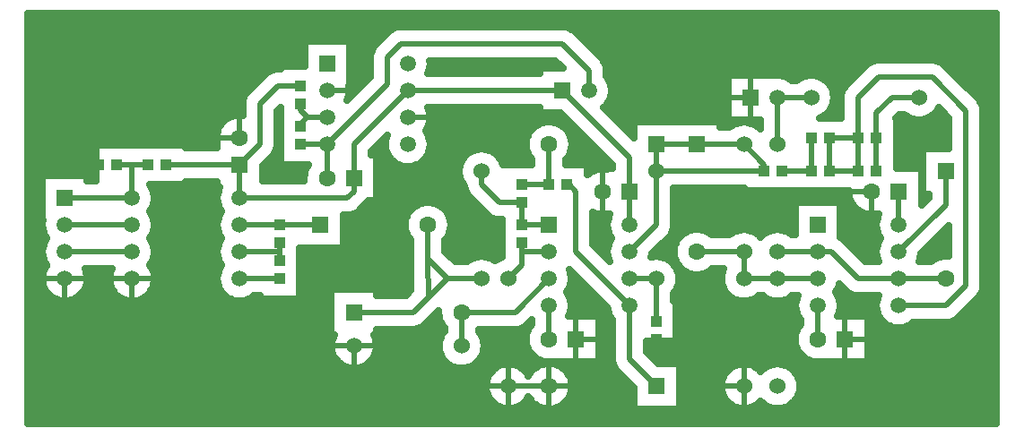
<source format=gbr>
G04 DipTrace 3.1.0.1*
G04 Bottom.gbr*
%MOIN*%
G04 #@! TF.FileFunction,Copper,L2,Bot*
G04 #@! TF.Part,Single*
G04 #@! TA.AperFunction,CopperBalancing*
%ADD14C,0.02*%
%ADD15C,0.025*%
G04 #@! TA.AperFunction,ComponentPad*
%ADD16C,0.062992*%
%ADD17R,0.062992X0.062992*%
%ADD18R,0.059055X0.059055*%
%ADD19C,0.059055*%
%ADD20C,0.06*%
%ADD21C,0.06*%
%ADD22R,0.03937X0.043307*%
%ADD23R,0.043307X0.03937*%
G04 #@! TA.AperFunction,ComponentPad*
%ADD24C,0.059055*%
%FSLAX26Y26*%
G04*
G70*
G90*
G75*
G01*
G04 Bottom*
%LPD*%
X2243701Y593701D2*
D14*
X2393701D1*
X2068701Y743701D2*
Y868701D1*
X2393701Y993701D2*
X2268701Y868701D1*
X2068701D1*
X2143701Y993701D2*
X2018701D1*
X2015894Y996508D1*
X1943701Y1068701D1*
Y1193701D1*
X1668701Y868701D2*
X1888246D1*
X1945105Y925561D1*
X2015894Y996508D1*
X1943701Y1068701D2*
X1945105Y925561D1*
X2393701Y1193701D2*
X2293701D1*
Y1276772D1*
X2210630D1*
X2143701Y1343701D1*
Y1393701D1*
X1543701Y1193701D2*
X1393701D1*
X1243701D1*
X2293701Y1126772D2*
Y1093701D1*
X2393701D1*
X2293701D2*
Y1043701D1*
X2243701Y993701D1*
X2693701Y893701D2*
Y693701D1*
X2793701Y593701D1*
X2460630Y1343701D2*
X2468701D1*
X2493701Y1318701D1*
Y1093701D1*
X2693701Y893701D1*
X2293701Y1343701D2*
X2393701D1*
Y1493701D1*
X2693701Y993701D2*
X2793701D1*
Y835630D1*
X3193701Y1393701D2*
X2793701D1*
Y1493701D2*
Y1393701D1*
Y1193701D1*
X2693701Y1093701D1*
X2943701Y1493701D2*
X3118701D1*
X2793701D2*
X2943701D1*
X3193701Y1393701D2*
Y1418701D1*
X3118701Y1493701D1*
X1243701Y1293701D2*
Y1418701D1*
X1318701Y1493701D1*
Y1643701D1*
X1385630Y1710630D1*
X1468701D1*
X968701Y1418701D2*
X1093701D1*
X1243701D1*
X1668701Y1368701D2*
Y1493701D1*
X1868701Y1693701D1*
X1243701Y1293701D2*
X1643701D1*
X1668701Y1318701D1*
Y1368701D1*
X2693701Y1318701D2*
Y1193701D1*
X3693701D2*
Y1318701D1*
X1868701Y1693701D2*
X2443701D1*
X2693701Y1443701D1*
Y1318701D1*
X1468701Y1493701D2*
X1568701D1*
Y1368701D2*
Y1493701D1*
X2393701Y768701D2*
Y893701D1*
X3393701Y768701D2*
Y893701D1*
X1568701Y1493701D2*
X1793701Y1718701D1*
Y1818701D1*
X1843701Y1868701D1*
X2443701D1*
X2543701Y1768701D1*
Y1693701D1*
X3243701Y993701D2*
X3393701D1*
X3243701D2*
X3118701D1*
Y1093701D1*
X2943701D1*
X593701Y1193701D2*
X843701D1*
X3693701Y1093701D2*
X3868701Y1268701D1*
Y1393701D1*
X3243701Y1093701D2*
X3393701D1*
X3443701D1*
X3543701Y993701D1*
X3693701D1*
X3868701D1*
X3243701Y1668701D2*
Y1493701D1*
X3368701Y1668701D2*
X3243701D1*
X3610630Y1393701D2*
Y1518701D1*
Y1610630D1*
X3668701Y1668701D1*
X3768701D1*
X3435630Y1518701D2*
Y1393701D1*
X3543701D1*
Y1518701D2*
X3435630D1*
X3543701D2*
Y1393701D1*
Y1518701D2*
Y1668701D1*
X3618701Y1743701D1*
X3818701D1*
X3943701Y1618701D1*
Y968701D1*
X3868701Y893701D1*
X3693701D1*
X3260630Y1393701D2*
X3368701D1*
Y1518701D2*
Y1393701D1*
X1468701Y1560630D2*
Y1568701D1*
X1493701Y1593701D1*
X1568701D1*
X1468701Y1643701D2*
Y1623187D1*
X1495944Y1595944D1*
X1493701Y1593701D1*
X593701Y1093701D2*
X843701D1*
X1393701Y1060630D2*
Y1093701D1*
Y1126772D1*
X1243701Y1093701D2*
X1393701D1*
X1243701Y993701D2*
X1393701D1*
X785630Y1418701D2*
X843701D1*
X901772D1*
X843701Y1293701D2*
Y1418701D1*
Y1293701D2*
X593701D1*
X458719Y1956332D2*
D15*
X4053692D1*
X458719Y1931463D2*
X1831564D1*
X2455853D2*
X4053692D1*
X458719Y1906595D2*
X1789292D1*
X2498125D2*
X4053692D1*
X458719Y1881726D2*
X1764425D1*
X2522993D2*
X4053692D1*
X458719Y1856857D2*
X1483164D1*
X1654236D2*
X1740454D1*
X2547860D2*
X4053692D1*
X458719Y1831988D2*
X1483164D1*
X1654236D2*
X1729115D1*
X2572728D2*
X4053692D1*
X458719Y1807120D2*
X1483164D1*
X1654236D2*
X1727715D1*
X2596771D2*
X3612999D1*
X3824404D2*
X4053692D1*
X458719Y1782251D2*
X1393023D1*
X1654236D2*
X1727715D1*
X1953439D2*
X2437863D1*
X2608253D2*
X3564950D1*
X3872453D2*
X4053692D1*
X458719Y1757382D2*
X1340166D1*
X1654236D2*
X1727715D1*
X1945867D2*
X2358164D1*
X2609689D2*
X3540082D1*
X3897321D2*
X4053692D1*
X458719Y1732513D2*
X1315226D1*
X1654236D2*
X1715228D1*
X2619593D2*
X3058157D1*
X3299311D2*
X3312361D1*
X3425049D2*
X3515214D1*
X3922189D2*
X4053692D1*
X458719Y1707645D2*
X1290359D1*
X1653052D2*
X1690360D1*
X2628062D2*
X3058157D1*
X3445073D2*
X3491028D1*
X3947057D2*
X4053692D1*
X458719Y1682776D2*
X1266137D1*
X1653519D2*
X1665501D1*
X2628492D2*
X3058157D1*
X3453505D2*
X3479294D1*
X3971924D2*
X4053692D1*
X458719Y1657907D2*
X1254295D1*
X2621100D2*
X3058157D1*
X3454008D2*
X3477715D1*
X3996146D2*
X4053692D1*
X458719Y1633038D2*
X1252716D1*
X2602907D2*
X3058157D1*
X3446687D2*
X3477715D1*
X4008060D2*
X4053692D1*
X458719Y1608170D2*
X1252716D1*
X1384710D2*
X1393023D1*
X1952972D2*
X2436930D1*
X2621531D2*
X3058157D1*
X3428710D2*
X3477715D1*
X3828711D2*
X3861927D1*
X4009710D2*
X4053692D1*
X458719Y1583301D2*
X1185972D1*
X1384710D2*
X1393023D1*
X1953582D2*
X2461798D1*
X2646398D2*
X3177688D1*
X3688296D2*
X3877716D1*
X4009710D2*
X4053692D1*
X458719Y1558432D2*
X1166056D1*
X1384710D2*
X1393023D1*
X1946370D2*
X2336132D1*
X2451296D2*
X2486666D1*
X2671266D2*
X2706205D1*
X3031184D2*
X3063468D1*
X3688296D2*
X3877716D1*
X4009710D2*
X4053692D1*
X458719Y1533563D2*
X1157515D1*
X1384710D2*
X1393023D1*
X1944037D2*
X2316144D1*
X2471284D2*
X2511533D1*
X2696134D2*
X2706205D1*
X3688296D2*
X3877716D1*
X4009710D2*
X4053692D1*
X458719Y1508694D2*
X1156798D1*
X1384710D2*
X1393023D1*
X1775992D2*
X1784542D1*
X1952865D2*
X2307532D1*
X2479860D2*
X2536401D1*
X3688296D2*
X3877716D1*
X4009710D2*
X4053692D1*
X458719Y1483826D2*
X707994D1*
X1046358D2*
X1156188D1*
X1383921D2*
X1393023D1*
X1751124D2*
X1783766D1*
X1953654D2*
X2306778D1*
X2480613D2*
X2561269D1*
X3688296D2*
X3877716D1*
X4009710D2*
X4053692D1*
X458719Y1458957D2*
X707994D1*
X1374340D2*
X1393023D1*
X1734689D2*
X1790800D1*
X1946621D2*
X2089105D1*
X2198313D2*
X2313632D1*
X2473760D2*
X2586137D1*
X3688296D2*
X3781188D1*
X4009710D2*
X4053692D1*
X458719Y1434088D2*
X707994D1*
X1351374D2*
X1393023D1*
X1756183D2*
X1808419D1*
X1929002D2*
X2068113D1*
X2219269D2*
X2327699D1*
X2459693D2*
X2611004D1*
X3688296D2*
X3781188D1*
X4009710D2*
X4053692D1*
X458719Y1409219D2*
X707994D1*
X1331207D2*
X1491490D1*
X1756183D2*
X2059142D1*
X2538279D2*
X2627691D1*
X3688296D2*
X3781188D1*
X4009710D2*
X4053692D1*
X458719Y1384351D2*
X707994D1*
X1331207D2*
X1482662D1*
X1756183D2*
X2058209D1*
X4009710D2*
X4053692D1*
X458719Y1359482D2*
X508191D1*
X679227D2*
X707994D1*
X1331207D2*
X1481693D1*
X1756183D2*
X2065027D1*
X4009710D2*
X4053692D1*
X458719Y1334613D2*
X508191D1*
X918431D2*
X1156188D1*
X1756183D2*
X2078340D1*
X4009710D2*
X4053692D1*
X458719Y1309744D2*
X508191D1*
X927653D2*
X1159740D1*
X1756183D2*
X2087526D1*
X2859694D2*
X3506674D1*
X4009710D2*
X4053692D1*
X458719Y1284876D2*
X508191D1*
X928766D2*
X1158628D1*
X1756183D2*
X2110241D1*
X2859694D2*
X3513241D1*
X3781200D2*
X3792563D1*
X4009710D2*
X4053692D1*
X458719Y1260007D2*
X508191D1*
X922091D2*
X1165302D1*
X1702321D2*
X1888010D1*
X1999371D2*
X2135108D1*
X2859694D2*
X3308162D1*
X3479234D2*
X3529711D1*
X4009710D2*
X4053692D1*
X458719Y1235138D2*
X508191D1*
X918144D2*
X1169250D1*
X1670743D2*
X1866982D1*
X2020399D2*
X2159976D1*
X2559702D2*
X2575659D1*
X2859694D2*
X3308162D1*
X3479234D2*
X3575643D1*
X4009710D2*
X4053692D1*
X458719Y1210269D2*
X509842D1*
X927546D2*
X1159848D1*
X1631199D2*
X1857831D1*
X2029549D2*
X2218001D1*
X2559702D2*
X2609856D1*
X2859694D2*
X3308162D1*
X3479234D2*
X3609841D1*
X4009710D2*
X4053692D1*
X458719Y1185400D2*
X508586D1*
X928802D2*
X1158592D1*
X1631199D2*
X1856611D1*
X2030805D2*
X2218001D1*
X2559702D2*
X2608600D1*
X2859156D2*
X3308162D1*
X3479234D2*
X3608585D1*
X4009710D2*
X4053692D1*
X458719Y1160532D2*
X515081D1*
X922307D2*
X1165087D1*
X1631199D2*
X1862927D1*
X2024454D2*
X2218001D1*
X2559702D2*
X2615095D1*
X2850364D2*
X2888676D1*
X2998709D2*
X3066159D1*
X3171276D2*
X3191144D1*
X3296261D2*
X3308162D1*
X3479234D2*
X3615080D1*
X3852825D2*
X3877716D1*
X4009710D2*
X4053692D1*
X458719Y1135663D2*
X519566D1*
X917857D2*
X1169573D1*
X1631199D2*
X1877711D1*
X2009705D2*
X2218001D1*
X2559702D2*
X2619545D1*
X2827972D2*
X2867289D1*
X3494055D2*
X3619565D1*
X3827957D2*
X3877716D1*
X4009710D2*
X4053692D1*
X458719Y1110794D2*
X509949D1*
X927438D2*
X1159956D1*
X1631199D2*
X1877711D1*
X2009705D2*
X2218001D1*
X2568924D2*
X2609964D1*
X2803105D2*
X2857924D1*
X3518922D2*
X3609948D1*
X3803089D2*
X3877716D1*
X4009710D2*
X4053692D1*
X458719Y1085925D2*
X508550D1*
X928874D2*
X1158556D1*
X1469397D2*
X1877711D1*
X2018784D2*
X2218001D1*
X2593792D2*
X2608528D1*
X2778847D2*
X2856560D1*
X3543790D2*
X3608549D1*
X3778867D2*
X3877716D1*
X4009710D2*
X4053692D1*
X458719Y1061057D2*
X514866D1*
X922558D2*
X1164872D1*
X1469397D2*
X1877783D1*
X2043652D2*
X2091868D1*
X2845556D2*
X2862732D1*
X3568658D2*
X3614865D1*
X3772552D2*
X3814345D1*
X4009710D2*
X4053692D1*
X458719Y1036188D2*
X519853D1*
X917534D2*
X1169860D1*
X1469397D2*
X1878034D1*
X2868091D2*
X2878620D1*
X4009710D2*
X4053692D1*
X458719Y1011319D2*
X510057D1*
X677325D2*
X760062D1*
X927331D2*
X1160063D1*
X1469397D2*
X1878249D1*
X2877815D2*
X2920290D1*
X2967131D2*
X3034581D1*
X4009710D2*
X4053692D1*
X458719Y986450D2*
X508478D1*
X678904D2*
X758483D1*
X928909D2*
X1158484D1*
X1469397D2*
X1878501D1*
X2478927D2*
X2508663D1*
X2879394D2*
X3033002D1*
X4009710D2*
X4053692D1*
X458719Y961582D2*
X514650D1*
X672768D2*
X764655D1*
X922773D2*
X1164621D1*
X1469397D2*
X1878752D1*
X2472755D2*
X2533530D1*
X2873294D2*
X3039139D1*
X3472775D2*
X3483530D1*
X4009316D2*
X4053692D1*
X458719Y936713D2*
X530834D1*
X656584D2*
X780803D1*
X906589D2*
X1180804D1*
X1469397D2*
X1581200D1*
X1756183D2*
X1863967D1*
X2467229D2*
X2558398D1*
X2859694D2*
X3055179D1*
X3467213D2*
X3513205D1*
X4001062D2*
X4053692D1*
X458719Y911844D2*
X577304D1*
X610078D2*
X827309D1*
X860084D2*
X1227310D1*
X1260085D2*
X1581200D1*
X2477204D2*
X2583266D1*
X2859694D2*
X3099711D1*
X3137689D2*
X3224732D1*
X3262673D2*
X3310172D1*
X3477225D2*
X3610164D1*
X3979137D2*
X4053692D1*
X458719Y886975D2*
X1581200D1*
X2478963D2*
X2608134D1*
X2869383D2*
X3308450D1*
X3478947D2*
X3608441D1*
X3954269D2*
X4053692D1*
X458719Y862107D2*
X1581200D1*
X2472970D2*
X2614413D1*
X2869383D2*
X3314406D1*
X3472991D2*
X3614434D1*
X3929402D2*
X4053692D1*
X458719Y837238D2*
X1581200D1*
X1949097D2*
X1987230D1*
X2581197D2*
X2627691D1*
X2869383D2*
X3327683D1*
X3581181D2*
X3630331D1*
X3900264D2*
X4053692D1*
X458719Y812369D2*
X1581200D1*
X1920067D2*
X2002552D1*
X2300511D2*
X2318297D1*
X2581197D2*
X2627691D1*
X2869383D2*
X3318282D1*
X3581181D2*
X3674504D1*
X3712912D2*
X4053692D1*
X458719Y787500D2*
X1581200D1*
X1756183D2*
X1995124D1*
X2142297D2*
X2308321D1*
X2581197D2*
X2627691D1*
X2869383D2*
X3308306D1*
X3581181D2*
X4053692D1*
X458719Y762631D2*
X1584860D1*
X1752523D2*
X1984861D1*
X2152524D2*
X2306419D1*
X2581197D2*
X2627691D1*
X2869383D2*
X3306404D1*
X3581181D2*
X4053692D1*
X458719Y737763D2*
X1582923D1*
X1754497D2*
X1982924D1*
X2154498D2*
X2312053D1*
X2581197D2*
X2627691D1*
X2759685D2*
X3312038D1*
X3581181D2*
X4053692D1*
X458719Y712894D2*
X1588592D1*
X1748827D2*
X1988593D1*
X2148792D2*
X2327089D1*
X2581197D2*
X2627691D1*
X2766826D2*
X3327109D1*
X3581181D2*
X4053692D1*
X458719Y688025D2*
X1603987D1*
X1733433D2*
X2003988D1*
X2133434D2*
X2364444D1*
X2581197D2*
X2627942D1*
X2791693D2*
X3364465D1*
X3581181D2*
X4053692D1*
X458719Y663156D2*
X1644177D1*
X1693207D2*
X2044178D1*
X2093208D2*
X2194856D1*
X2292544D2*
X2342196D1*
X2445196D2*
X2635513D1*
X2881189D2*
X3069856D1*
X3167544D2*
X3194840D1*
X3292565D2*
X4053692D1*
X458719Y638288D2*
X2170598D1*
X2468556D2*
X2656829D1*
X2881189D2*
X3045598D1*
X3316787D2*
X4053692D1*
X458719Y613419D2*
X2160048D1*
X2478891D2*
X2681696D1*
X2881189D2*
X3035048D1*
X3327337D2*
X4053692D1*
X458719Y588550D2*
X2157859D1*
X2481044D2*
X2706205D1*
X2881189D2*
X3032859D1*
X3329526D2*
X4053692D1*
X458719Y563681D2*
X2163277D1*
X2475733D2*
X2706205D1*
X2881189D2*
X3038277D1*
X3324107D2*
X4053692D1*
X458719Y538813D2*
X2178277D1*
X2309123D2*
X2326299D1*
X2461092D2*
X2706205D1*
X2881189D2*
X3053277D1*
X3309143D2*
X4053692D1*
X458719Y513944D2*
X2216494D1*
X2270906D2*
X2361825D1*
X2425567D2*
X2706205D1*
X2881189D2*
X3091494D1*
X3145906D2*
X3216478D1*
X3270927D2*
X4053692D1*
X458719Y489075D2*
X4053692D1*
X458719Y464206D2*
X4053692D1*
X2028435Y1187032D2*
X2027651Y1180405D1*
X2026349Y1173859D1*
X2024537Y1167436D1*
X2022227Y1161174D1*
X2019433Y1155114D1*
X2016172Y1149291D1*
X2012464Y1143742D1*
X2007218Y1137294D1*
X2007201Y1094984D1*
X2045009Y1057196D1*
X2089500Y1057201D1*
X2094621Y1061254D1*
X2100072Y1064896D1*
X2105793Y1068100D1*
X2111747Y1070845D1*
X2117898Y1073114D1*
X2124208Y1074894D1*
X2130639Y1076173D1*
X2137150Y1076944D1*
X2143701Y1077201D1*
X2150252Y1076944D1*
X2156763Y1076173D1*
X2163194Y1074894D1*
X2169504Y1073114D1*
X2175655Y1070845D1*
X2181609Y1068100D1*
X2187330Y1064896D1*
X2193686Y1060540D1*
X2200072Y1064896D1*
X2205793Y1068100D1*
X2211747Y1070845D1*
X2220536Y1073858D1*
X2220516Y1213246D1*
X2205648Y1213467D1*
X2195806Y1215026D1*
X2186330Y1218105D1*
X2177451Y1222629D1*
X2169390Y1228486D1*
X2152737Y1244862D1*
X2095415Y1302461D1*
X2089558Y1310522D1*
X2085035Y1319401D1*
X2081955Y1328877D1*
X2080396Y1338738D1*
X2080207Y1339472D1*
X2076148Y1344621D1*
X2072506Y1350072D1*
X2069302Y1355793D1*
X2066557Y1361747D1*
X2064288Y1367898D1*
X2062508Y1374208D1*
X2061229Y1380639D1*
X2060458Y1387150D1*
X2060201Y1393701D1*
X2060458Y1400252D1*
X2061229Y1406763D1*
X2062508Y1413194D1*
X2064288Y1419504D1*
X2066557Y1425655D1*
X2069302Y1431609D1*
X2072506Y1437330D1*
X2076148Y1442781D1*
X2080207Y1447930D1*
X2084658Y1452744D1*
X2089472Y1457195D1*
X2094621Y1461254D1*
X2100072Y1464896D1*
X2105793Y1468100D1*
X2111747Y1470845D1*
X2117898Y1473114D1*
X2124208Y1474894D1*
X2130639Y1476173D1*
X2137150Y1476944D1*
X2143701Y1477201D1*
X2150252Y1476944D1*
X2156763Y1476173D1*
X2163194Y1474894D1*
X2169504Y1473114D1*
X2175655Y1470845D1*
X2181609Y1468100D1*
X2187330Y1464896D1*
X2192781Y1461254D1*
X2197930Y1457195D1*
X2202744Y1452744D1*
X2207195Y1447930D1*
X2211254Y1442781D1*
X2214896Y1437330D1*
X2218100Y1431609D1*
X2220845Y1425655D1*
X2223302Y1418838D1*
X2330214Y1418854D1*
X2330201Y1437179D1*
X2324938Y1443742D1*
X2321230Y1449291D1*
X2317969Y1455114D1*
X2315175Y1461174D1*
X2312865Y1467436D1*
X2311053Y1473859D1*
X2309751Y1480405D1*
X2308967Y1487032D1*
X2308705Y1493701D1*
X2308967Y1500370D1*
X2309751Y1506997D1*
X2311053Y1513543D1*
X2312865Y1519966D1*
X2315175Y1526228D1*
X2317969Y1532288D1*
X2321230Y1538111D1*
X2324938Y1543660D1*
X2329069Y1548902D1*
X2333600Y1553802D1*
X2338500Y1558333D1*
X2343742Y1562464D1*
X2349291Y1566172D1*
X2355114Y1569433D1*
X2361174Y1572227D1*
X2367436Y1574537D1*
X2373859Y1576349D1*
X2380405Y1577651D1*
X2387032Y1578435D1*
X2393701Y1578697D1*
X2400370Y1578435D1*
X2406997Y1577651D1*
X2413543Y1576349D1*
X2419966Y1574537D1*
X2426228Y1572227D1*
X2432288Y1569433D1*
X2438111Y1566172D1*
X2443660Y1562464D1*
X2448902Y1558333D1*
X2453802Y1553802D1*
X2458333Y1548902D1*
X2462464Y1543660D1*
X2466172Y1538111D1*
X2469433Y1532288D1*
X2472227Y1526228D1*
X2474537Y1519966D1*
X2476349Y1513543D1*
X2477651Y1506997D1*
X2478435Y1500370D1*
X2478697Y1493701D1*
X2478435Y1487032D1*
X2477651Y1480405D1*
X2476349Y1473859D1*
X2474537Y1467436D1*
X2472227Y1461174D1*
X2469433Y1455114D1*
X2466172Y1449291D1*
X2462464Y1443742D1*
X2457218Y1437294D1*
X2457201Y1416873D1*
X2535784Y1416886D1*
Y1380894D1*
X2542358Y1386437D1*
X2549964Y1391581D1*
X2558081Y1395873D1*
X2566613Y1399265D1*
X2575462Y1401717D1*
X2584523Y1403200D1*
X2593691Y1403697D1*
X2602860Y1403202D1*
X2608705Y1402359D1*
Y1403697D1*
X2630200D1*
X2630201Y1417418D1*
X2436902Y1610697D1*
X2360674Y1610673D1*
Y1630230D1*
X1943296Y1630201D1*
X1946616Y1622386D1*
X1949307Y1613608D1*
X1951012Y1604586D1*
X1951711Y1595431D1*
X1951404Y1586362D1*
X1950087Y1577275D1*
X1947776Y1568389D1*
X1944498Y1559812D1*
X1940292Y1551650D1*
X1934980Y1543700D1*
X1939494Y1537083D1*
X1942679Y1531395D1*
X1945408Y1525474D1*
X1947665Y1519358D1*
X1949435Y1513083D1*
X1950706Y1506689D1*
X1951473Y1500215D1*
X1951729Y1493701D1*
X1951473Y1487187D1*
X1950706Y1480713D1*
X1949435Y1474319D1*
X1947665Y1468044D1*
X1945408Y1461928D1*
X1942679Y1456007D1*
X1939494Y1450319D1*
X1935872Y1444899D1*
X1931836Y1439779D1*
X1927410Y1434992D1*
X1922623Y1430566D1*
X1917503Y1426530D1*
X1912083Y1422908D1*
X1906395Y1419723D1*
X1900474Y1416994D1*
X1894358Y1414737D1*
X1888083Y1412967D1*
X1881689Y1411696D1*
X1875215Y1410929D1*
X1868701Y1410673D1*
X1862187Y1410929D1*
X1855713Y1411696D1*
X1849319Y1412967D1*
X1843044Y1414737D1*
X1836928Y1416994D1*
X1831007Y1419723D1*
X1825319Y1422908D1*
X1819899Y1426530D1*
X1814779Y1430566D1*
X1809992Y1434992D1*
X1805566Y1439779D1*
X1801530Y1444899D1*
X1797908Y1450319D1*
X1794723Y1456007D1*
X1791994Y1461928D1*
X1789737Y1468044D1*
X1787967Y1474319D1*
X1786696Y1480713D1*
X1785929Y1487187D1*
X1785673Y1493701D1*
X1785929Y1500215D1*
X1786696Y1506689D1*
X1787967Y1513083D1*
X1789737Y1519358D1*
X1793454Y1528643D1*
X1732204Y1467401D1*
X1732201Y1453690D1*
X1753697Y1453697D1*
Y1283705D1*
X1721653D1*
X1716987Y1277461D1*
X1700611Y1260808D1*
X1684941Y1245415D1*
X1676880Y1239558D1*
X1668001Y1235035D1*
X1658525Y1231955D1*
X1648683Y1230397D1*
X1628666Y1230201D1*
X1628697Y1108705D1*
X1466895D1*
X1466886Y918547D1*
X1320516D1*
Y930210D1*
X1297208Y930201D1*
X1287083Y922908D1*
X1281395Y919723D1*
X1275474Y916994D1*
X1269358Y914737D1*
X1263083Y912967D1*
X1256689Y911696D1*
X1250215Y910929D1*
X1243701Y910673D1*
X1237187Y910929D1*
X1230713Y911696D1*
X1224319Y912967D1*
X1218044Y914737D1*
X1211928Y916994D1*
X1206007Y919723D1*
X1200319Y922908D1*
X1194899Y926530D1*
X1189779Y930566D1*
X1184992Y934992D1*
X1180566Y939779D1*
X1176530Y944899D1*
X1172908Y950319D1*
X1169723Y956007D1*
X1166994Y961928D1*
X1164737Y968044D1*
X1162967Y974319D1*
X1161696Y980713D1*
X1160929Y987187D1*
X1160673Y993701D1*
X1160929Y1000215D1*
X1161696Y1006689D1*
X1162967Y1013083D1*
X1164737Y1019358D1*
X1166994Y1025474D1*
X1169723Y1031395D1*
X1172908Y1037083D1*
X1177460Y1043683D1*
X1172908Y1050319D1*
X1169723Y1056007D1*
X1166994Y1061928D1*
X1164737Y1068044D1*
X1162967Y1074319D1*
X1161696Y1080713D1*
X1160929Y1087187D1*
X1160673Y1093701D1*
X1160929Y1100215D1*
X1161696Y1106689D1*
X1162967Y1113083D1*
X1164737Y1119358D1*
X1166994Y1125474D1*
X1169723Y1131395D1*
X1172908Y1137083D1*
X1177460Y1143683D1*
X1172908Y1150319D1*
X1169723Y1156007D1*
X1166994Y1161928D1*
X1164737Y1168044D1*
X1162967Y1174319D1*
X1161696Y1180713D1*
X1160929Y1187187D1*
X1160673Y1193701D1*
X1160929Y1200215D1*
X1161696Y1206689D1*
X1162967Y1213083D1*
X1164737Y1219358D1*
X1166994Y1225474D1*
X1169723Y1231395D1*
X1172908Y1237083D1*
X1177460Y1243683D1*
X1172908Y1250319D1*
X1169723Y1256007D1*
X1166994Y1261928D1*
X1164737Y1268044D1*
X1162967Y1274319D1*
X1161696Y1280713D1*
X1160929Y1287187D1*
X1160673Y1293701D1*
X1160929Y1300215D1*
X1161696Y1306689D1*
X1162967Y1313083D1*
X1164737Y1319358D1*
X1166994Y1325474D1*
X1171005Y1333683D1*
X1158705Y1333705D1*
Y1355200D1*
X1043858Y1355201D1*
X1043855Y1345516D1*
X908566D1*
X914494Y1337083D1*
X917679Y1331395D1*
X920408Y1325474D1*
X922665Y1319358D1*
X924435Y1313083D1*
X925706Y1306689D1*
X926473Y1300215D1*
X926729Y1293701D1*
X926473Y1287187D1*
X925706Y1280713D1*
X924435Y1274319D1*
X922665Y1268044D1*
X920408Y1261928D1*
X917679Y1256007D1*
X914494Y1250319D1*
X909942Y1243719D1*
X914494Y1237083D1*
X917679Y1231395D1*
X920408Y1225474D1*
X922665Y1219358D1*
X924435Y1213083D1*
X925706Y1206689D1*
X926473Y1200215D1*
X926729Y1193701D1*
X926473Y1187187D1*
X925706Y1180713D1*
X924435Y1174319D1*
X922665Y1168044D1*
X920408Y1161928D1*
X917679Y1156007D1*
X914494Y1150319D1*
X909942Y1143719D1*
X914494Y1137083D1*
X917679Y1131395D1*
X920408Y1125474D1*
X922665Y1119358D1*
X924435Y1113083D1*
X925706Y1106689D1*
X926473Y1100215D1*
X926729Y1093701D1*
X926473Y1087187D1*
X925706Y1080713D1*
X924435Y1074319D1*
X922665Y1068044D1*
X920408Y1061928D1*
X917679Y1056007D1*
X914494Y1050319D1*
X909942Y1043719D1*
X914401Y1037234D1*
X918775Y1029162D1*
X922231Y1020655D1*
X924728Y1011819D1*
X926233Y1002762D1*
X926729Y993701D1*
X926221Y984533D1*
X924704Y975478D1*
X922197Y966645D1*
X918729Y958143D1*
X914344Y950076D1*
X909095Y942543D1*
X903047Y935635D1*
X896273Y929437D1*
X888855Y924026D1*
X880886Y919466D1*
X872462Y915814D1*
X863686Y913115D1*
X854666Y911401D1*
X845511Y910693D1*
X836335Y911001D1*
X827248Y912320D1*
X818363Y914634D1*
X809788Y917915D1*
X801627Y922123D1*
X793981Y927207D1*
X786943Y933103D1*
X780599Y939741D1*
X775027Y947038D1*
X770294Y954906D1*
X766460Y963249D1*
X763569Y971964D1*
X761659Y980944D1*
X760752Y990081D1*
X760860Y999262D1*
X761980Y1008375D1*
X764100Y1017309D1*
X767194Y1025954D1*
X769133Y1030203D1*
X668263Y1030201D1*
X671616Y1022386D1*
X674307Y1013608D1*
X676012Y1004586D1*
X676711Y995431D1*
X676404Y986362D1*
X675087Y977275D1*
X672776Y968389D1*
X669498Y959812D1*
X665292Y951650D1*
X660211Y944003D1*
X654317Y936963D1*
X647682Y930616D1*
X640386Y925042D1*
X632519Y920307D1*
X624178Y916469D1*
X615464Y913576D1*
X606484Y911663D1*
X597348Y910754D1*
X588166Y910858D1*
X579053Y911976D1*
X570119Y914093D1*
X561473Y917183D1*
X553221Y921210D1*
X545465Y926123D1*
X538298Y931862D1*
X531808Y938358D1*
X526076Y945530D1*
X521171Y953291D1*
X517152Y961547D1*
X514070Y970196D1*
X511962Y979132D1*
X510853Y988247D1*
X510757Y997428D1*
X511676Y1006563D1*
X513598Y1015542D1*
X516499Y1024253D1*
X520344Y1032591D1*
X525087Y1040453D1*
X527419Y1043699D1*
X522908Y1050319D1*
X519723Y1056007D1*
X516994Y1061928D1*
X514737Y1068044D1*
X512967Y1074319D1*
X511696Y1080713D1*
X510929Y1087187D1*
X510673Y1093701D1*
X510929Y1100215D1*
X511696Y1106689D1*
X512967Y1113083D1*
X514737Y1119358D1*
X516994Y1125474D1*
X519723Y1131395D1*
X522908Y1137083D1*
X527460Y1143683D1*
X522908Y1150319D1*
X519723Y1156007D1*
X516994Y1161928D1*
X514737Y1168044D1*
X512967Y1174319D1*
X511696Y1180713D1*
X510929Y1187187D1*
X510673Y1193701D1*
X510929Y1200215D1*
X512486Y1210661D1*
X510674Y1210673D1*
Y1376728D1*
X676729D1*
Y1357171D1*
X710504Y1357201D1*
X710477Y1491886D1*
X1043855D1*
Y1482233D1*
X1158687Y1482201D1*
X1158705Y1503697D1*
X1160033D1*
X1158926Y1512576D1*
X1158760Y1521756D1*
X1159585Y1530901D1*
X1161392Y1539903D1*
X1164159Y1548658D1*
X1167855Y1557063D1*
X1172435Y1565021D1*
X1177848Y1572438D1*
X1184029Y1579228D1*
X1190906Y1585312D1*
X1198399Y1590618D1*
X1206421Y1595085D1*
X1214878Y1598661D1*
X1223672Y1601303D1*
X1232699Y1602982D1*
X1241854Y1603677D1*
X1251031Y1603380D1*
X1255203Y1602911D1*
X1255397Y1648683D1*
X1256955Y1658525D1*
X1260035Y1668001D1*
X1264558Y1676880D1*
X1270415Y1684941D1*
X1286791Y1701594D1*
X1344390Y1758916D1*
X1352451Y1764773D1*
X1361330Y1769297D1*
X1370806Y1772376D1*
X1380648Y1773934D1*
X1395498Y1774130D1*
X1395516Y1785783D1*
X1485693D1*
X1485674Y1876728D1*
X1651729D1*
Y1710673D1*
X1649971D1*
X1651233Y1702762D1*
X1651729Y1693701D1*
X1651221Y1684533D1*
X1649704Y1675478D1*
X1647197Y1666645D1*
X1644062Y1658867D1*
X1730217Y1745019D1*
X1730397Y1823683D1*
X1731955Y1833525D1*
X1735035Y1843001D1*
X1739558Y1851880D1*
X1745415Y1859941D1*
X1761791Y1876594D1*
X1802461Y1916987D1*
X1810522Y1922844D1*
X1819401Y1927367D1*
X1828877Y1930447D1*
X1838719Y1932005D1*
X1862074Y1932201D1*
X2448683Y1932005D1*
X2458525Y1930447D1*
X2468001Y1927367D1*
X2476880Y1922844D1*
X2484941Y1916987D1*
X2501594Y1900611D1*
X2591987Y1809941D1*
X2597844Y1801880D1*
X2602367Y1793001D1*
X2605447Y1783525D1*
X2607005Y1773683D1*
X2607201Y1747206D1*
X2614494Y1737083D1*
X2617679Y1731395D1*
X2620408Y1725474D1*
X2622665Y1719358D1*
X2624435Y1713083D1*
X2625706Y1706689D1*
X2626473Y1700215D1*
X2626729Y1693701D1*
X2626473Y1687187D1*
X2625706Y1680713D1*
X2624435Y1674319D1*
X2622665Y1668044D1*
X2620408Y1661928D1*
X2617679Y1656007D1*
X2614494Y1650319D1*
X2610872Y1644899D1*
X2606836Y1639779D1*
X2602410Y1634992D1*
X2597083Y1630141D1*
X2708721Y1518483D1*
X2708705Y1578697D1*
X3028697D1*
Y1557202D1*
X3064451Y1557201D1*
X3069621Y1561254D1*
X3075072Y1564896D1*
X3080793Y1568100D1*
X3086747Y1570845D1*
X3092898Y1573114D1*
X3099208Y1574894D1*
X3105639Y1576173D1*
X3112150Y1576944D1*
X3118701Y1577201D1*
X3125252Y1576944D1*
X3131763Y1576173D1*
X3138194Y1574894D1*
X3144504Y1573114D1*
X3150655Y1570845D1*
X3156609Y1568100D1*
X3162330Y1564896D1*
X3167781Y1561254D1*
X3172930Y1557195D1*
X3180196Y1550093D1*
X3180201Y1585672D1*
X3060674Y1585673D1*
Y1751728D1*
X3226729D1*
Y1749970D1*
X3237187Y1751473D1*
X3243701Y1751729D1*
X3250215Y1751473D1*
X3256689Y1750706D1*
X3263083Y1749435D1*
X3269358Y1747665D1*
X3275474Y1745408D1*
X3281395Y1742679D1*
X3287083Y1739494D1*
X3292503Y1735872D1*
X3297163Y1732198D1*
X3314500Y1732201D1*
X3319621Y1736254D1*
X3325072Y1739896D1*
X3330793Y1743100D1*
X3336747Y1745845D1*
X3342898Y1748114D1*
X3349208Y1749894D1*
X3355639Y1751173D1*
X3362150Y1751944D1*
X3368701Y1752201D1*
X3375252Y1751944D1*
X3381763Y1751173D1*
X3388194Y1749894D1*
X3394504Y1748114D1*
X3400655Y1745845D1*
X3406609Y1743100D1*
X3412330Y1739896D1*
X3417781Y1736254D1*
X3422930Y1732195D1*
X3427744Y1727744D1*
X3432195Y1722930D1*
X3436254Y1717781D1*
X3439896Y1712330D1*
X3443100Y1706609D1*
X3445845Y1700655D1*
X3448114Y1694504D1*
X3449894Y1688194D1*
X3451173Y1681763D1*
X3451944Y1675252D1*
X3452201Y1668701D1*
X3451944Y1662150D1*
X3451173Y1655639D1*
X3449894Y1649208D1*
X3448114Y1642898D1*
X3445845Y1636747D1*
X3443100Y1630793D1*
X3439896Y1625072D1*
X3436254Y1619621D1*
X3432195Y1614472D1*
X3427744Y1609658D1*
X3422930Y1605207D1*
X3417781Y1601148D1*
X3412330Y1597506D1*
X3406609Y1594302D1*
X3401376Y1591889D1*
X3480222Y1591886D1*
X3480201Y1668701D1*
X3480983Y1678635D1*
X3483309Y1688324D1*
X3487122Y1697529D1*
X3492328Y1706025D1*
X3498800Y1713602D1*
X3577461Y1791987D1*
X3585522Y1797844D1*
X3594401Y1802367D1*
X3603877Y1805447D1*
X3613719Y1807005D1*
X3637074Y1807201D1*
X3823683Y1807005D1*
X3833525Y1805447D1*
X3843001Y1802367D1*
X3851880Y1797844D1*
X3859941Y1791987D1*
X3876594Y1775611D1*
X3991987Y1659941D1*
X3997844Y1651880D1*
X4002367Y1643001D1*
X4005447Y1633525D1*
X4007005Y1623683D1*
X4007201Y1600328D1*
X4007005Y963719D1*
X4005447Y953877D1*
X4002367Y944401D1*
X3997844Y935522D1*
X3991987Y927461D1*
X3975611Y910808D1*
X3909941Y845415D1*
X3901880Y839558D1*
X3893001Y835035D1*
X3883525Y831955D1*
X3873683Y830397D1*
X3850328Y830201D1*
X3747161D1*
X3742503Y826530D1*
X3737083Y822908D1*
X3731395Y819723D1*
X3725474Y816994D1*
X3719358Y814737D1*
X3713083Y812967D1*
X3706689Y811696D1*
X3700215Y810929D1*
X3693701Y810673D1*
X3687187Y810929D1*
X3680713Y811696D1*
X3674319Y812967D1*
X3668044Y814737D1*
X3661928Y816994D1*
X3656007Y819723D1*
X3650319Y822908D1*
X3644899Y826530D1*
X3639779Y830566D1*
X3634992Y834992D1*
X3630566Y839779D1*
X3626530Y844899D1*
X3622908Y850319D1*
X3619723Y856007D1*
X3616994Y861928D1*
X3614737Y868044D1*
X3612967Y874319D1*
X3611696Y880713D1*
X3610929Y887187D1*
X3610673Y893701D1*
X3610929Y900215D1*
X3611696Y906689D1*
X3612967Y913083D1*
X3614737Y919358D1*
X3619179Y930215D1*
X3538719Y930397D1*
X3528877Y931955D1*
X3519401Y935035D1*
X3510522Y939558D1*
X3502461Y945415D1*
X3485808Y961791D1*
X3474212Y973387D1*
X3470408Y961928D1*
X3467679Y956007D1*
X3464494Y950319D1*
X3459942Y943719D1*
X3464494Y937083D1*
X3467679Y931395D1*
X3470408Y925474D1*
X3472665Y919358D1*
X3474435Y913083D1*
X3475706Y906689D1*
X3476473Y900215D1*
X3476729Y893701D1*
X3476473Y887187D1*
X3475706Y880713D1*
X3474435Y874319D1*
X3472665Y868044D1*
X3470408Y861928D1*
X3466397Y853719D1*
X3578697Y853697D1*
Y683705D1*
X3408705D1*
Y685047D1*
X3400370Y683967D1*
X3393701Y683705D1*
X3387032Y683967D1*
X3380405Y684751D1*
X3373859Y686053D1*
X3367436Y687865D1*
X3361174Y690175D1*
X3355114Y692969D1*
X3349291Y696230D1*
X3343742Y699938D1*
X3338500Y704069D1*
X3333600Y708600D1*
X3329069Y713500D1*
X3324938Y718742D1*
X3321230Y724291D1*
X3317969Y730114D1*
X3315175Y736174D1*
X3312865Y742436D1*
X3311053Y748859D1*
X3309751Y755405D1*
X3308967Y762032D1*
X3308705Y768701D1*
X3308967Y775370D1*
X3309751Y781997D1*
X3311053Y788543D1*
X3312865Y794966D1*
X3315175Y801228D1*
X3317969Y807288D1*
X3321230Y813111D1*
X3324938Y818660D1*
X3330184Y825108D1*
X3330201Y840218D1*
X3326530Y844899D1*
X3322908Y850319D1*
X3319723Y856007D1*
X3316994Y861928D1*
X3314737Y868044D1*
X3312967Y874319D1*
X3311696Y880713D1*
X3310929Y887187D1*
X3310673Y893701D1*
X3310929Y900215D1*
X3311696Y906689D1*
X3312967Y913083D1*
X3314737Y919358D1*
X3319179Y930215D1*
X3297926Y930201D1*
X3292781Y926148D1*
X3287330Y922506D1*
X3281609Y919302D1*
X3275655Y916557D1*
X3269504Y914288D1*
X3263194Y912508D1*
X3256763Y911229D1*
X3250252Y910458D1*
X3243701Y910201D1*
X3237150Y910458D1*
X3230639Y911229D1*
X3224208Y912508D1*
X3217898Y914288D1*
X3211747Y916557D1*
X3205793Y919302D1*
X3200072Y922506D1*
X3194621Y926148D1*
X3189492Y930191D1*
X3172902Y930201D1*
X3167781Y926148D1*
X3162330Y922506D1*
X3156609Y919302D1*
X3150655Y916557D1*
X3144504Y914288D1*
X3138194Y912508D1*
X3131763Y911229D1*
X3125252Y910458D1*
X3118701Y910201D1*
X3112150Y910458D1*
X3105639Y911229D1*
X3099208Y912508D1*
X3092898Y914288D1*
X3086747Y916557D1*
X3080793Y919302D1*
X3075072Y922506D1*
X3069621Y926148D1*
X3064472Y930207D1*
X3059658Y934658D1*
X3055207Y939472D1*
X3051148Y944621D1*
X3047506Y950072D1*
X3044302Y955793D1*
X3041557Y961747D1*
X3039288Y967898D1*
X3037508Y974208D1*
X3036229Y980639D1*
X3035458Y987150D1*
X3035201Y993701D1*
X3035458Y1000252D1*
X3036229Y1006763D1*
X3037508Y1013194D1*
X3039288Y1019504D1*
X3043648Y1030190D1*
X3000176Y1030201D1*
X2993660Y1024938D1*
X2988111Y1021230D1*
X2982288Y1017969D1*
X2976228Y1015175D1*
X2969966Y1012865D1*
X2963543Y1011053D1*
X2956997Y1009751D1*
X2950370Y1008967D1*
X2943701Y1008705D1*
X2937032Y1008967D1*
X2930405Y1009751D1*
X2923859Y1011053D1*
X2917436Y1012865D1*
X2911174Y1015175D1*
X2905114Y1017969D1*
X2899291Y1021230D1*
X2893742Y1024938D1*
X2888500Y1029069D1*
X2883600Y1033600D1*
X2879069Y1038500D1*
X2874938Y1043742D1*
X2871230Y1049291D1*
X2867969Y1055114D1*
X2865175Y1061174D1*
X2862865Y1067436D1*
X2861053Y1073859D1*
X2859751Y1080405D1*
X2858967Y1087032D1*
X2858705Y1093701D1*
X2858967Y1100370D1*
X2859751Y1106997D1*
X2861053Y1113543D1*
X2862865Y1119966D1*
X2865175Y1126228D1*
X2867969Y1132288D1*
X2871230Y1138111D1*
X2874938Y1143660D1*
X2879069Y1148902D1*
X2883600Y1153802D1*
X2888500Y1158333D1*
X2893742Y1162464D1*
X2899291Y1166172D1*
X2905114Y1169433D1*
X2911174Y1172227D1*
X2917436Y1174537D1*
X2923859Y1176349D1*
X2930405Y1177651D1*
X2937032Y1178435D1*
X2943701Y1178697D1*
X2950370Y1178435D1*
X2956997Y1177651D1*
X2963543Y1176349D1*
X2969966Y1174537D1*
X2976228Y1172227D1*
X2982288Y1169433D1*
X2988111Y1166172D1*
X2993660Y1162464D1*
X3000108Y1157218D1*
X3064451Y1157201D1*
X3069621Y1161254D1*
X3075072Y1164896D1*
X3080793Y1168100D1*
X3086747Y1170845D1*
X3092898Y1173114D1*
X3099208Y1174894D1*
X3105639Y1176173D1*
X3112150Y1176944D1*
X3118701Y1177201D1*
X3125252Y1176944D1*
X3131763Y1176173D1*
X3138194Y1174894D1*
X3144504Y1173114D1*
X3150655Y1170845D1*
X3156609Y1168100D1*
X3162330Y1164896D1*
X3167781Y1161254D1*
X3172930Y1157195D1*
X3181169Y1149040D1*
X3189472Y1157195D1*
X3194621Y1161254D1*
X3200072Y1164896D1*
X3205793Y1168100D1*
X3211747Y1170845D1*
X3217898Y1173114D1*
X3224208Y1174894D1*
X3230639Y1176173D1*
X3237150Y1176944D1*
X3243701Y1177201D1*
X3250252Y1176944D1*
X3256763Y1176173D1*
X3263194Y1174894D1*
X3269504Y1173114D1*
X3275655Y1170845D1*
X3281609Y1168100D1*
X3287330Y1164896D1*
X3292781Y1161254D1*
X3297910Y1157211D1*
X3310697Y1157201D1*
X3310674Y1276728D1*
X3476729D1*
X3476880Y1147844D1*
X3484941Y1141987D1*
X3501594Y1125611D1*
X3570027Y1057177D1*
X3619094Y1057201D1*
X3614737Y1068044D1*
X3612967Y1074319D1*
X3611696Y1080713D1*
X3610929Y1087187D1*
X3610673Y1093701D1*
X3610929Y1100215D1*
X3611696Y1106689D1*
X3612967Y1113083D1*
X3614737Y1119358D1*
X3616994Y1125474D1*
X3619723Y1131395D1*
X3622908Y1137083D1*
X3627460Y1143683D1*
X3622908Y1150319D1*
X3619723Y1156007D1*
X3616994Y1161928D1*
X3614737Y1168044D1*
X3612967Y1174319D1*
X3611696Y1180713D1*
X3610929Y1187187D1*
X3610673Y1193701D1*
X3610929Y1200215D1*
X3611696Y1206689D1*
X3612967Y1213083D1*
X3614737Y1219358D1*
X3616994Y1225474D1*
X3621005Y1233683D1*
X3608705Y1233705D1*
Y1235033D1*
X3600434Y1233972D1*
X3591255Y1233740D1*
X3582104Y1234500D1*
X3573089Y1236242D1*
X3564315Y1238946D1*
X3555883Y1242582D1*
X3547893Y1247105D1*
X3540437Y1252464D1*
X3533603Y1258596D1*
X3527470Y1265430D1*
X3522110Y1272885D1*
X3517586Y1280875D1*
X3513950Y1289306D1*
X3511244Y1298080D1*
X3509501Y1307095D1*
X3508740Y1316245D1*
X3508618Y1320516D1*
X3185477D1*
X3118547D1*
Y1330169D1*
X2857215Y1330201D1*
X2857201Y1193701D1*
X2856419Y1183767D1*
X2854093Y1174078D1*
X2850280Y1164873D1*
X2845074Y1156377D1*
X2838602Y1148800D1*
X2776411Y1086608D1*
X2774569Y1074993D1*
X2780639Y1076173D1*
X2787150Y1076944D1*
X2793701Y1077201D1*
X2800252Y1076944D1*
X2806763Y1076173D1*
X2813194Y1074894D1*
X2819504Y1073114D1*
X2825655Y1070845D1*
X2831609Y1068100D1*
X2837330Y1064896D1*
X2842781Y1061254D1*
X2847930Y1057195D1*
X2852744Y1052744D1*
X2857195Y1047930D1*
X2861254Y1042781D1*
X2864896Y1037330D1*
X2868100Y1031609D1*
X2870845Y1025655D1*
X2873114Y1019504D1*
X2874894Y1013194D1*
X2876173Y1006763D1*
X2876944Y1000252D1*
X2877201Y993701D1*
X2876944Y987150D1*
X2876173Y980639D1*
X2874894Y974208D1*
X2873114Y967898D1*
X2870845Y961747D1*
X2868100Y955793D1*
X2864896Y950072D1*
X2861254Y944621D1*
X2857211Y939492D1*
X2857201Y910773D1*
X2866886Y910784D1*
Y760477D1*
X2757188D1*
X2757201Y719986D1*
X2798510Y678694D1*
X2878697Y678697D1*
Y508705D1*
X2708705D1*
Y588906D1*
X2645415Y652461D1*
X2639558Y660522D1*
X2635035Y669401D1*
X2631955Y678877D1*
X2630397Y688719D1*
X2630201Y712074D1*
Y840216D1*
X2626530Y844899D1*
X2622908Y850319D1*
X2619723Y856007D1*
X2616994Y861928D1*
X2614737Y868044D1*
X2612967Y874319D1*
X2611696Y880713D1*
X2610998Y886605D1*
X2469076Y1028523D1*
X2472665Y1019358D1*
X2474435Y1013083D1*
X2475706Y1006689D1*
X2476473Y1000215D1*
X2476729Y993701D1*
X2476473Y987187D1*
X2475706Y980713D1*
X2474435Y974319D1*
X2472665Y968044D1*
X2470408Y961928D1*
X2467679Y956007D1*
X2464494Y950319D1*
X2459942Y943719D1*
X2464494Y937083D1*
X2467679Y931395D1*
X2470408Y925474D1*
X2472665Y919358D1*
X2474435Y913083D1*
X2475706Y906689D1*
X2476473Y900215D1*
X2476729Y893701D1*
X2476473Y887187D1*
X2475706Y880713D1*
X2474435Y874319D1*
X2472665Y868044D1*
X2470408Y861928D1*
X2466397Y853719D1*
X2578697Y853697D1*
Y683705D1*
X2408705D1*
Y685047D1*
X2400370Y683967D1*
X2393701Y683705D1*
X2387032Y683967D1*
X2380405Y684751D1*
X2373859Y686053D1*
X2367436Y687865D1*
X2361174Y690175D1*
X2355114Y692969D1*
X2349291Y696230D1*
X2343742Y699938D1*
X2338500Y704069D1*
X2333600Y708600D1*
X2329069Y713500D1*
X2324938Y718742D1*
X2321230Y724291D1*
X2317969Y730114D1*
X2315175Y736174D1*
X2312865Y742436D1*
X2311053Y748859D1*
X2309751Y755405D1*
X2308967Y762032D1*
X2308705Y768701D1*
X2308967Y775370D1*
X2309751Y781997D1*
X2311053Y788543D1*
X2312865Y794966D1*
X2315175Y801228D1*
X2317969Y807288D1*
X2321230Y813111D1*
X2324938Y818660D1*
X2330184Y825108D1*
X2330201Y840218D1*
X2313602Y823800D1*
X2306025Y817328D1*
X2297529Y812122D1*
X2288324Y808309D1*
X2278635Y805983D1*
X2268701Y805201D1*
X2132233D1*
X2132201Y797902D1*
X2136254Y792781D1*
X2139896Y787330D1*
X2143100Y781609D1*
X2145845Y775655D1*
X2148114Y769504D1*
X2149894Y763194D1*
X2151173Y756763D1*
X2151944Y750252D1*
X2152201Y743701D1*
X2151944Y737150D1*
X2151173Y730639D1*
X2149894Y724208D1*
X2148114Y717898D1*
X2145845Y711747D1*
X2143100Y705793D1*
X2139896Y700072D1*
X2136254Y694621D1*
X2132195Y689472D1*
X2127744Y684658D1*
X2122930Y680207D1*
X2117781Y676148D1*
X2112330Y672506D1*
X2106609Y669302D1*
X2100655Y666557D1*
X2094504Y664288D1*
X2088194Y662508D1*
X2081763Y661229D1*
X2075252Y660458D1*
X2068701Y660201D1*
X2062150Y660458D1*
X2055639Y661229D1*
X2049208Y662508D1*
X2042898Y664288D1*
X2036747Y666557D1*
X2030793Y669302D1*
X2025072Y672506D1*
X2019621Y676148D1*
X2014472Y680207D1*
X2009658Y684658D1*
X2005207Y689472D1*
X2001148Y694621D1*
X1997506Y700072D1*
X1994302Y705793D1*
X1991557Y711747D1*
X1989288Y717898D1*
X1987508Y724208D1*
X1986229Y730639D1*
X1985458Y737150D1*
X1985201Y743701D1*
X1985458Y750252D1*
X1986229Y756763D1*
X1987508Y763194D1*
X1989288Y769504D1*
X1991557Y775655D1*
X1994302Y781609D1*
X1997506Y787330D1*
X2001148Y792781D1*
X2005191Y797910D1*
X2005201Y812204D1*
X1999938Y818742D1*
X1996230Y824291D1*
X1992969Y830114D1*
X1990175Y836174D1*
X1987865Y842436D1*
X1986053Y848859D1*
X1984751Y855405D1*
X1983967Y862032D1*
X1983705Y868701D1*
X1983937Y874614D1*
X1929486Y820415D1*
X1921424Y814558D1*
X1912546Y810035D1*
X1903069Y806955D1*
X1893228Y805397D1*
X1869873Y805201D1*
X1753716D1*
X1753697Y783705D1*
X1741963D1*
X1745336Y776856D1*
X1748513Y768242D1*
X1750725Y759330D1*
X1751945Y750230D1*
X1752181Y741864D1*
X1751474Y732709D1*
X1749767Y723688D1*
X1747080Y714908D1*
X1743445Y706477D1*
X1738906Y698495D1*
X1733518Y691061D1*
X1727346Y684262D1*
X1720466Y678183D1*
X1712959Y672895D1*
X1704918Y668464D1*
X1696438Y664942D1*
X1687623Y662373D1*
X1678579Y660787D1*
X1669416Y660204D1*
X1660244Y660630D1*
X1651175Y662061D1*
X1642317Y664479D1*
X1633779Y667855D1*
X1625662Y672147D1*
X1618066Y677305D1*
X1611083Y683266D1*
X1604795Y689958D1*
X1599281Y697299D1*
X1594606Y705202D1*
X1590827Y713570D1*
X1587990Y722302D1*
X1586128Y731293D1*
X1585265Y740434D1*
X1585411Y749615D1*
X1586563Y758724D1*
X1588709Y767651D1*
X1591823Y776289D1*
X1595415Y783708D1*
X1583705Y783705D1*
Y953697D1*
X1753697D1*
Y932202D1*
X1861937Y932201D1*
X1881329Y951587D1*
X1880201Y1087074D1*
Y1137204D1*
X1874938Y1143742D1*
X1871230Y1149291D1*
X1867969Y1155114D1*
X1865175Y1161174D1*
X1862865Y1167436D1*
X1861053Y1173859D1*
X1859751Y1180405D1*
X1858967Y1187032D1*
X1858705Y1193701D1*
X1858967Y1200370D1*
X1859751Y1206997D1*
X1861053Y1213543D1*
X1862865Y1219966D1*
X1865175Y1226228D1*
X1867969Y1232288D1*
X1871230Y1238111D1*
X1874938Y1243660D1*
X1879069Y1248902D1*
X1883600Y1253802D1*
X1888500Y1258333D1*
X1893742Y1262464D1*
X1899291Y1266172D1*
X1905114Y1269433D1*
X1911174Y1272227D1*
X1917436Y1274537D1*
X1923859Y1276349D1*
X1930405Y1277651D1*
X1937032Y1278435D1*
X1943701Y1278697D1*
X1950370Y1278435D1*
X1956997Y1277651D1*
X1963543Y1276349D1*
X1969966Y1274537D1*
X1976228Y1272227D1*
X1982288Y1269433D1*
X1988111Y1266172D1*
X1993660Y1262464D1*
X1998902Y1258333D1*
X2003802Y1253802D1*
X2008333Y1248902D1*
X2012464Y1243660D1*
X2016172Y1238111D1*
X2019433Y1232288D1*
X2022227Y1226228D1*
X2024537Y1219966D1*
X2026349Y1213543D1*
X2027651Y1206997D1*
X2028435Y1200370D1*
X2028697Y1193701D1*
X2028435Y1187032D1*
X2478677Y591864D2*
X2477983Y582708D1*
X2476306Y573681D1*
X2473664Y564887D1*
X2470089Y556430D1*
X2465623Y548407D1*
X2460318Y540913D1*
X2454235Y534035D1*
X2447446Y527854D1*
X2440029Y522441D1*
X2432072Y517859D1*
X2423667Y514163D1*
X2414912Y511394D1*
X2405910Y509586D1*
X2396766Y508760D1*
X2387585Y508925D1*
X2378476Y510080D1*
X2369545Y512210D1*
X2360895Y515291D1*
X2352629Y519287D1*
X2344841Y524152D1*
X2337624Y529828D1*
X2331062Y536250D1*
X2325230Y543342D1*
X2320197Y551022D1*
X2317863Y555331D1*
X2313906Y548495D1*
X2308518Y541061D1*
X2302346Y534262D1*
X2295466Y528183D1*
X2287959Y522895D1*
X2279918Y518464D1*
X2271438Y514942D1*
X2262623Y512373D1*
X2253579Y510787D1*
X2244416Y510204D1*
X2235244Y510630D1*
X2226175Y512061D1*
X2217317Y514479D1*
X2208779Y517855D1*
X2200662Y522147D1*
X2193066Y527305D1*
X2186083Y533266D1*
X2179795Y539958D1*
X2174281Y547299D1*
X2169606Y555202D1*
X2165827Y563570D1*
X2162990Y572302D1*
X2161128Y581293D1*
X2160265Y590434D1*
X2160411Y599615D1*
X2161563Y608724D1*
X2163709Y617651D1*
X2166823Y626289D1*
X2170865Y634533D1*
X2175789Y642283D1*
X2181533Y649445D1*
X2188030Y655934D1*
X2195199Y661670D1*
X2202955Y666585D1*
X2211203Y670618D1*
X2219845Y673721D1*
X2228775Y675856D1*
X2237885Y676998D1*
X2247066Y677133D1*
X2256206Y676259D1*
X2265195Y674387D1*
X2273924Y671539D1*
X2282287Y667751D1*
X2290184Y663066D1*
X2297519Y657543D1*
X2304203Y651248D1*
X2310156Y644258D1*
X2315305Y636656D1*
X2317859Y632074D1*
X2322435Y640021D1*
X2327848Y647438D1*
X2334029Y654228D1*
X2340906Y660312D1*
X2348399Y665618D1*
X2356421Y670085D1*
X2364878Y673661D1*
X2373672Y676303D1*
X2382699Y677982D1*
X2391854Y678677D1*
X2401031Y678380D1*
X2410123Y677096D1*
X2419023Y674838D1*
X2427627Y671633D1*
X2435836Y667518D1*
X2443552Y662543D1*
X2450688Y656763D1*
X2457158Y650248D1*
X2462887Y643073D1*
X2467809Y635322D1*
X2471866Y627085D1*
X2475011Y618459D1*
X2477208Y609544D1*
X2478429Y600443D1*
X2478677Y591864D1*
X3812294Y1057218D2*
X3818742Y1062464D1*
X3824291Y1066172D1*
X3830114Y1069433D1*
X3836174Y1072227D1*
X3842436Y1074537D1*
X3848859Y1076349D1*
X3855405Y1077651D1*
X3862032Y1078435D1*
X3868701Y1078697D1*
X3880211Y1077862D1*
X3880201Y1190429D1*
X3776405Y1086603D1*
X3775706Y1080713D1*
X3774435Y1074319D1*
X3772665Y1068044D1*
X3768223Y1057187D1*
X3812226Y1057201D1*
X3792891Y1478697D2*
X3880198D1*
X3880201Y1592404D1*
X3842647Y1629952D1*
X3836254Y1619621D1*
X3832195Y1614472D1*
X3827744Y1609658D1*
X3822930Y1605207D1*
X3817781Y1601148D1*
X3812330Y1597506D1*
X3806609Y1594302D1*
X3800655Y1591557D1*
X3794504Y1589288D1*
X3788194Y1587508D1*
X3781763Y1586229D1*
X3775252Y1585458D1*
X3768701Y1585201D1*
X3762150Y1585458D1*
X3755639Y1586229D1*
X3749208Y1587508D1*
X3742898Y1589288D1*
X3736747Y1591557D1*
X3730793Y1594302D1*
X3725072Y1597506D1*
X3719621Y1601148D1*
X3714492Y1605191D1*
X3695031Y1605201D1*
X3681707Y1591905D1*
X3685784Y1591886D1*
Y1403694D1*
X3778697Y1403697D1*
X3778714Y1268517D1*
X3805179Y1294982D1*
X3805201Y1308712D1*
X3783705Y1308705D1*
Y1478697D1*
X3792891D1*
X2608708Y1235045D2*
X2600434Y1233972D1*
X2591255Y1233740D1*
X2582104Y1234500D1*
X2573089Y1236242D1*
X2564315Y1238946D1*
X2557195Y1241948D1*
X2557201Y1120010D1*
X2618353Y1058852D1*
X2614737Y1068044D1*
X2612967Y1074319D1*
X2611696Y1080713D1*
X2610929Y1087187D1*
X2610673Y1093701D1*
X2610929Y1100215D1*
X2611696Y1106689D1*
X2612967Y1113083D1*
X2614737Y1119358D1*
X2616994Y1125474D1*
X2619723Y1131395D1*
X2622908Y1137083D1*
X2627460Y1143683D1*
X2622908Y1150319D1*
X2619723Y1156007D1*
X2616994Y1161928D1*
X2614737Y1168044D1*
X2612967Y1174319D1*
X2611696Y1180713D1*
X2610929Y1187187D1*
X2610673Y1193701D1*
X2610929Y1200215D1*
X2611696Y1206689D1*
X2612967Y1213083D1*
X2614737Y1219358D1*
X2616994Y1225474D1*
X2621005Y1233683D1*
X2608705Y1233705D1*
Y1235033D1*
X1484540Y1357191D2*
X1483705Y1368701D1*
X1483967Y1375370D1*
X1484751Y1381997D1*
X1486053Y1388543D1*
X1487865Y1394966D1*
X1490175Y1401228D1*
X1492969Y1407288D1*
X1496230Y1413111D1*
X1499865Y1418552D1*
X1395516Y1418547D1*
Y1630700D1*
X1382194Y1617391D1*
X1382005Y1488719D1*
X1380447Y1478877D1*
X1377367Y1469401D1*
X1372844Y1460522D1*
X1366987Y1452461D1*
X1350611Y1435808D1*
X1328713Y1413911D1*
X1328697Y1357182D1*
X1484520Y1357201D1*
X2369860Y1776728D2*
X2445899D1*
X2417375Y1805225D1*
X1950903Y1805201D1*
X1951729Y1793701D1*
X1951473Y1787187D1*
X1950706Y1780713D1*
X1949435Y1774319D1*
X1947665Y1768044D1*
X1943223Y1757187D1*
X2360709Y1757201D1*
X2360674Y1776728D1*
X2369860D1*
X3326944Y587150D2*
X3326173Y580639D1*
X3324894Y574208D1*
X3323114Y567898D1*
X3320845Y561747D1*
X3318100Y555793D1*
X3314896Y550072D1*
X3311254Y544621D1*
X3307195Y539472D1*
X3302744Y534658D1*
X3297930Y530207D1*
X3292781Y526148D1*
X3287330Y522506D1*
X3281609Y519302D1*
X3275655Y516557D1*
X3269504Y514288D1*
X3263194Y512508D1*
X3256763Y511229D1*
X3250252Y510458D1*
X3243701Y510201D1*
X3237150Y510458D1*
X3230639Y511229D1*
X3224208Y512508D1*
X3217898Y514288D1*
X3211747Y516557D1*
X3205793Y519302D1*
X3200072Y522506D1*
X3194621Y526148D1*
X3189472Y530207D1*
X3181233Y538362D1*
X3174675Y531740D1*
X3167533Y525969D1*
X3159802Y521017D1*
X3151573Y516944D1*
X3142947Y513799D1*
X3134027Y511620D1*
X3124922Y510433D1*
X3115742Y510253D1*
X3106598Y511083D1*
X3097600Y512911D1*
X3088858Y515716D1*
X3080476Y519464D1*
X3072556Y524110D1*
X3065194Y529597D1*
X3058480Y535860D1*
X3052493Y542821D1*
X3047307Y550398D1*
X3042984Y558499D1*
X3039577Y567025D1*
X3037126Y575873D1*
X3035662Y584937D1*
X3035202Y594108D1*
X3035751Y603273D1*
X3037304Y612322D1*
X3039841Y621147D1*
X3043331Y629639D1*
X3047732Y637697D1*
X3052992Y645223D1*
X3059046Y652126D1*
X3065821Y658323D1*
X3073236Y663738D1*
X3081201Y668306D1*
X3089619Y671973D1*
X3098388Y674693D1*
X3107404Y676433D1*
X3116555Y677173D1*
X3125733Y676904D1*
X3134826Y675629D1*
X3143724Y673364D1*
X3152319Y670135D1*
X3160508Y665981D1*
X3168191Y660954D1*
X3175276Y655114D1*
X3181194Y649073D1*
X3189472Y657195D1*
X3194621Y661254D1*
X3200072Y664896D1*
X3205793Y668100D1*
X3211747Y670845D1*
X3217898Y673114D1*
X3224208Y674894D1*
X3230639Y676173D1*
X3237150Y676944D1*
X3243701Y677201D1*
X3250252Y676944D1*
X3256763Y676173D1*
X3263194Y674894D1*
X3269504Y673114D1*
X3275655Y670845D1*
X3281609Y668100D1*
X3287330Y664896D1*
X3292781Y661254D1*
X3297930Y657195D1*
X3302744Y652744D1*
X3307195Y647930D1*
X3311254Y642781D1*
X3314896Y637330D1*
X3318100Y631609D1*
X3320845Y625655D1*
X3323114Y619504D1*
X3324894Y613194D1*
X3326173Y606763D1*
X3326944Y600252D1*
X3327201Y593701D1*
X3326944Y587150D1*
X4056177Y1981201D2*
X456204D1*
X456201Y456171D1*
X4056198Y456201D1*
X4056201Y1981231D1*
X2393701Y678661D2*
D14*
Y508741D1*
Y593701D2*
X2478661D1*
X2593701Y1403661D2*
Y1233741D1*
X3593701Y1318701D2*
Y1233741D1*
X3508741Y1318701D2*
X3593701D1*
X2493701Y853661D2*
Y683741D1*
Y768701D2*
X2578661D1*
X3493701Y853661D2*
Y683741D1*
Y768701D2*
X3578661D1*
X3143701Y1751692D2*
Y1585709D1*
X3060710Y1668701D2*
X3143701D1*
X593701Y993701D2*
Y910709D1*
X510709Y993701D2*
X676693D1*
X1668701Y743701D2*
Y660237D1*
X1585237Y743701D2*
X1752165D1*
X2243701Y677165D2*
Y510237D1*
X2160237Y593701D2*
X2243701D1*
X3118701Y677165D2*
Y510237D1*
X3035237Y593701D2*
X3118701D1*
X1568701Y1693701D2*
X1651693D1*
X1868701Y1593701D2*
X1951693D1*
X843701Y993701D2*
Y910709D1*
X760709Y993701D2*
X926693D1*
X1243701Y1603661D2*
Y1518701D1*
X1158741D2*
X1243701D1*
D16*
X1943701Y1193701D3*
D17*
X1543701D3*
D16*
X2068701Y868701D3*
D17*
X1668701D3*
D16*
X2393701Y593701D3*
D17*
X2793701D3*
D16*
X2393701Y1493701D3*
D17*
X2793701D3*
D16*
X2943701Y1093701D3*
D17*
Y1493701D3*
D16*
X3868701Y993701D3*
D17*
Y1393701D3*
D16*
X2593701Y1318701D3*
D17*
X2693701D3*
D16*
X3593701D3*
D17*
X3693701D3*
D16*
X2393701Y768701D3*
D17*
X2493701D3*
D16*
X3393701D3*
D17*
X3493701D3*
D16*
X1568701Y1368701D3*
D17*
X1668701D3*
D18*
X2443701Y1693701D3*
D19*
X2543701D3*
D18*
X3143701Y1668701D3*
D19*
X3243701D3*
D18*
X593701Y1293701D3*
D19*
Y1193701D3*
Y1093701D3*
Y993701D3*
D20*
X2068701Y743701D3*
D21*
X1668701D3*
D20*
X2243701Y593701D3*
D21*
Y993701D3*
D22*
X2293701Y1193701D3*
Y1126772D3*
D20*
X2143701Y993701D3*
D21*
Y1393701D3*
D22*
X2293701Y1276772D3*
Y1343701D3*
D23*
X2393701D3*
X2460630D3*
D22*
X2793701Y768701D3*
Y835630D3*
D20*
Y1393701D3*
D21*
Y993701D3*
D20*
X3118701Y1093701D3*
D21*
Y1493701D3*
D20*
X3243701Y993701D3*
D21*
Y593701D3*
D20*
X3118701Y993701D3*
D21*
Y593701D3*
D20*
X3243701Y1493701D3*
D21*
Y1093701D3*
D23*
X3193701Y1393701D3*
X3260630D3*
X3368701Y1518701D3*
X3435630D3*
X3368701Y1393701D3*
X3435630D3*
X3543701Y1518701D3*
X3610630D3*
X3543701Y1393701D3*
X3610630D3*
D20*
X3368701Y1668701D3*
D21*
X3768701D3*
D22*
X1468701Y1493701D3*
Y1560630D3*
Y1643701D3*
Y1710630D3*
D18*
X2393701Y1193701D3*
D19*
Y1093701D3*
Y993701D3*
Y893701D3*
X2693701D3*
Y993701D3*
Y1093701D3*
Y1193701D3*
D18*
X3393701D3*
D19*
Y1093701D3*
Y993701D3*
Y893701D3*
X3693701D3*
Y993701D3*
Y1093701D3*
Y1193701D3*
D18*
X1568701Y1793701D3*
D19*
Y1693701D3*
Y1593701D3*
Y1493701D3*
X1868701D3*
Y1593701D3*
Y1693701D3*
Y1793701D3*
D24*
X843701Y1293701D3*
Y1193701D3*
Y1093701D3*
Y993701D3*
X1243701D3*
Y1093701D3*
Y1193701D3*
Y1293701D3*
D22*
X1393701Y1126772D3*
Y1193701D3*
Y993701D3*
Y1060630D3*
D23*
X968701Y1418701D3*
X901772D3*
X718701D3*
X785630D3*
D16*
X1243701Y1518701D3*
D17*
Y1418701D3*
M02*

</source>
